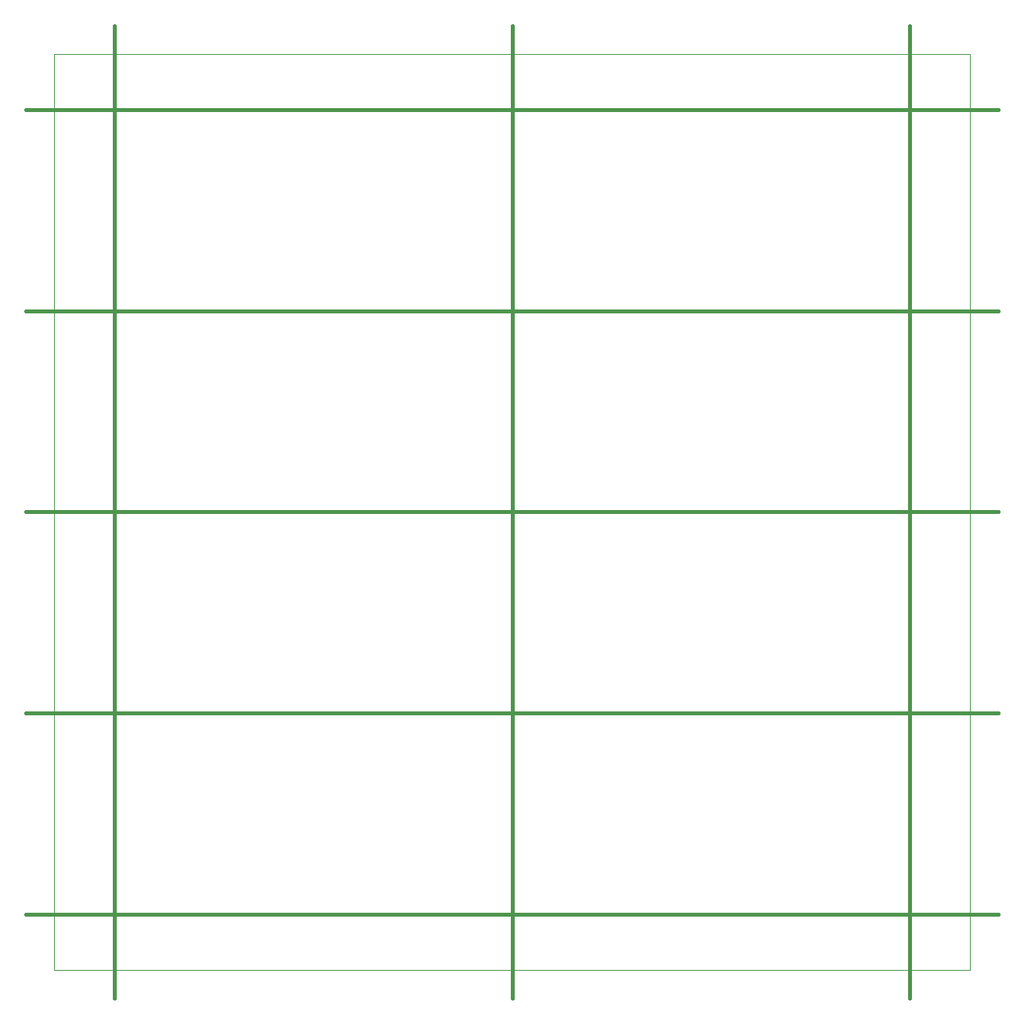
<source format=gbr>
G04 #@! TF.GenerationSoftware,KiCad,Pcbnew,5.1.7-a382d34a8~88~ubuntu20.04.1*
G04 #@! TF.CreationDate,2020-12-13T09:41:47+11:00*
G04 #@! TF.ProjectId,esp32-prog-panel,65737033-322d-4707-926f-672d70616e65,rev?*
G04 #@! TF.SameCoordinates,Original*
G04 #@! TF.FileFunction,Profile,NP*
%FSLAX46Y46*%
G04 Gerber Fmt 4.6, Leading zero omitted, Abs format (unit mm)*
G04 Created by KiCad (PCBNEW 5.1.7-a382d34a8~88~ubuntu20.04.1) date 2020-12-13 09:41:47*
%MOMM*%
%LPD*%
G01*
G04 APERTURE LIST*
G04 #@! TA.AperFunction,Profile*
%ADD10C,0.400000*%
G04 #@! TD*
G04 #@! TA.AperFunction,Profile*
%ADD11C,0.100000*%
G04 #@! TD*
G04 APERTURE END LIST*
D10*
X40500012Y-50000000D02*
X145500012Y-50000000D01*
X50000000Y-41000024D02*
X50000000Y-146000024D01*
X136000000Y-41000024D02*
X136000000Y-146000024D01*
X93000000Y-41000024D02*
X93000000Y-146000024D01*
X40500012Y-115250000D02*
X145500012Y-115250000D01*
X40500012Y-71750000D02*
X145500012Y-71750000D01*
X40500012Y-137000000D02*
X145500012Y-137000000D01*
X40500012Y-93500000D02*
X145500012Y-93500000D01*
D11*
X43500000Y-143000000D02*
X43500000Y-44000000D01*
X142500000Y-143000000D02*
X43500000Y-143000000D01*
X142500000Y-44000000D02*
X142500000Y-143000000D01*
X43500000Y-44000000D02*
X142500000Y-44000000D01*
M02*

</source>
